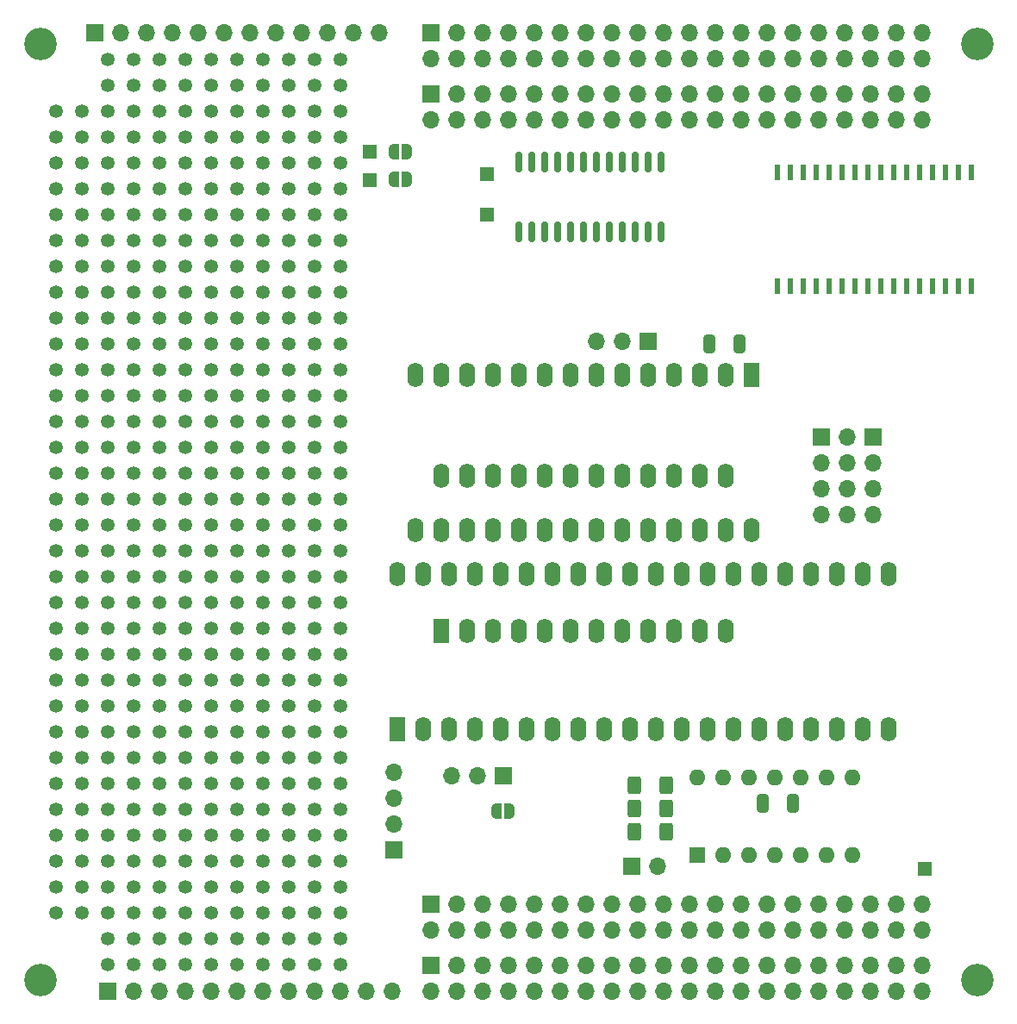
<source format=gbr>
%TF.GenerationSoftware,KiCad,Pcbnew,7.0.5-7.0.5~ubuntu20.04.1*%
%TF.CreationDate,2023-07-18T14:03:02+02:00*%
%TF.ProjectId,MOS MultiSerial_ram,4d4f5320-4d75-46c7-9469-53657269616c,rev?*%
%TF.SameCoordinates,Original*%
%TF.FileFunction,Soldermask,Bot*%
%TF.FilePolarity,Negative*%
%FSLAX46Y46*%
G04 Gerber Fmt 4.6, Leading zero omitted, Abs format (unit mm)*
G04 Created by KiCad (PCBNEW 7.0.5-7.0.5~ubuntu20.04.1) date 2023-07-18 14:03:02*
%MOMM*%
%LPD*%
G01*
G04 APERTURE LIST*
G04 Aperture macros list*
%AMRoundRect*
0 Rectangle with rounded corners*
0 $1 Rounding radius*
0 $2 $3 $4 $5 $6 $7 $8 $9 X,Y pos of 4 corners*
0 Add a 4 corners polygon primitive as box body*
4,1,4,$2,$3,$4,$5,$6,$7,$8,$9,$2,$3,0*
0 Add four circle primitives for the rounded corners*
1,1,$1+$1,$2,$3*
1,1,$1+$1,$4,$5*
1,1,$1+$1,$6,$7*
1,1,$1+$1,$8,$9*
0 Add four rect primitives between the rounded corners*
20,1,$1+$1,$2,$3,$4,$5,0*
20,1,$1+$1,$4,$5,$6,$7,0*
20,1,$1+$1,$6,$7,$8,$9,0*
20,1,$1+$1,$8,$9,$2,$3,0*%
%AMFreePoly0*
4,1,19,0.500000,-0.750000,0.000000,-0.750000,0.000000,-0.744911,-0.071157,-0.744911,-0.207708,-0.704816,-0.327430,-0.627875,-0.420627,-0.520320,-0.479746,-0.390866,-0.500000,-0.250000,-0.500000,0.250000,-0.479746,0.390866,-0.420627,0.520320,-0.327430,0.627875,-0.207708,0.704816,-0.071157,0.744911,0.000000,0.744911,0.000000,0.750000,0.500000,0.750000,0.500000,-0.750000,0.500000,-0.750000,
$1*%
%AMFreePoly1*
4,1,19,0.000000,0.744911,0.071157,0.744911,0.207708,0.704816,0.327430,0.627875,0.420627,0.520320,0.479746,0.390866,0.500000,0.250000,0.500000,-0.250000,0.479746,-0.390866,0.420627,-0.520320,0.327430,-0.627875,0.207708,-0.704816,0.071157,-0.744911,0.000000,-0.744911,0.000000,-0.750000,-0.500000,-0.750000,-0.500000,0.750000,0.000000,0.750000,0.000000,0.744911,0.000000,0.744911,
$1*%
G04 Aperture macros list end*
%ADD10R,1.700000X1.700000*%
%ADD11O,1.700000X1.700000*%
%ADD12C,1.350000*%
%ADD13R,1.350000X1.350000*%
%ADD14R,1.600000X2.400000*%
%ADD15O,1.600000X2.400000*%
%ADD16C,3.200000*%
%ADD17R,1.600000X1.600000*%
%ADD18O,1.600000X1.600000*%
%ADD19RoundRect,0.250000X-0.325000X-0.650000X0.325000X-0.650000X0.325000X0.650000X-0.325000X0.650000X0*%
%ADD20R,0.600000X1.600000*%
%ADD21FreePoly0,0.000000*%
%ADD22FreePoly1,0.000000*%
%ADD23RoundRect,0.150000X0.150000X-0.837500X0.150000X0.837500X-0.150000X0.837500X-0.150000X-0.837500X0*%
%ADD24FreePoly0,180.000000*%
%ADD25FreePoly1,180.000000*%
%ADD26RoundRect,0.250000X-0.400000X-0.625000X0.400000X-0.625000X0.400000X0.625000X-0.400000X0.625000X0*%
G04 APERTURE END LIST*
D10*
%TO.C,JP3*%
X146781800Y-121239000D03*
D11*
X144241800Y-121239000D03*
X141701800Y-121239000D03*
%TD*%
D10*
%TO.C,J1*%
X139700000Y-48303005D03*
D11*
X139700000Y-50843005D03*
X142240000Y-48303005D03*
X142240000Y-50843005D03*
X144780000Y-48303005D03*
X144780000Y-50843005D03*
X147320000Y-48303005D03*
X147320000Y-50843005D03*
X149860000Y-48303005D03*
X149860000Y-50843005D03*
X152400000Y-48303005D03*
X152400000Y-50843005D03*
X154940000Y-48303005D03*
X154940000Y-50843005D03*
X157480000Y-48303005D03*
X157480000Y-50843005D03*
X160020000Y-48303005D03*
X160020000Y-50843005D03*
X162560000Y-48303005D03*
X162560000Y-50843005D03*
X165100000Y-48303005D03*
X165100000Y-50843005D03*
X167640000Y-48303005D03*
X167640000Y-50843005D03*
X170180000Y-48303005D03*
X170180000Y-50843005D03*
X172720000Y-48303005D03*
X172720000Y-50843005D03*
X175260000Y-48303005D03*
X175260000Y-50843005D03*
X177800000Y-48303005D03*
X177800000Y-50843005D03*
X180340000Y-48303005D03*
X180340000Y-50843005D03*
X182880000Y-48303005D03*
X182880000Y-50843005D03*
X185420000Y-48303005D03*
X185420000Y-50843005D03*
X187960000Y-48303005D03*
X187960000Y-50843005D03*
%TD*%
D10*
%TO.C,J6*%
X183103800Y-87965000D03*
D11*
X183103800Y-90505000D03*
X183103800Y-93045000D03*
X183103800Y-95585000D03*
%TD*%
D10*
%TO.C,J4*%
X139700000Y-133849005D03*
D11*
X139700000Y-136389005D03*
X142240000Y-133849005D03*
X142240000Y-136389005D03*
X144780000Y-133849005D03*
X144780000Y-136389005D03*
X147320000Y-133849005D03*
X147320000Y-136389005D03*
X149860000Y-133849005D03*
X149860000Y-136389005D03*
X152400000Y-133849005D03*
X152400000Y-136389005D03*
X154940000Y-133849005D03*
X154940000Y-136389005D03*
X157480000Y-133849005D03*
X157480000Y-136389005D03*
X160020000Y-133849005D03*
X160020000Y-136389005D03*
X162560000Y-133849005D03*
X162560000Y-136389005D03*
X165100000Y-133849005D03*
X165100000Y-136389005D03*
X167640000Y-133849005D03*
X167640000Y-136389005D03*
X170180000Y-133849005D03*
X170180000Y-136389005D03*
X172720000Y-133849005D03*
X172720000Y-136389005D03*
X175260000Y-133849005D03*
X175260000Y-136389005D03*
X177800000Y-133849005D03*
X177800000Y-136389005D03*
X180340000Y-133849005D03*
X180340000Y-136389005D03*
X182880000Y-133849005D03*
X182880000Y-136389005D03*
X185420000Y-133849005D03*
X185420000Y-136389005D03*
X187960000Y-133849005D03*
X187960000Y-136389005D03*
%TD*%
D12*
%TO.C,J18*%
X125730000Y-139827000D03*
X125730000Y-137287000D03*
X125730000Y-134747000D03*
X125730000Y-132207000D03*
X125730000Y-129667000D03*
X125730000Y-127127000D03*
X125730000Y-124587000D03*
X125730000Y-122047000D03*
X125730000Y-119507000D03*
X125730000Y-116967000D03*
X125730000Y-114427000D03*
X125730000Y-111887000D03*
X125730000Y-109347000D03*
X125730000Y-106807000D03*
X125730000Y-104267000D03*
X125730000Y-101727000D03*
X125730000Y-99187000D03*
X125730000Y-96647000D03*
X125730000Y-94107000D03*
X125730000Y-91567000D03*
X125730000Y-89027000D03*
X125730000Y-86487000D03*
X125730000Y-83947000D03*
X125730000Y-81407000D03*
X125730000Y-78867000D03*
X125730000Y-76327000D03*
X125730000Y-73787000D03*
X125730000Y-71247000D03*
X125730000Y-68707000D03*
X125730000Y-66167000D03*
X125730000Y-63627000D03*
X125730000Y-61087000D03*
X125730000Y-58547000D03*
X125730000Y-56007000D03*
X125730000Y-53467000D03*
X125730000Y-50927000D03*
X123190000Y-50927000D03*
X123190000Y-53467000D03*
X123190000Y-56007000D03*
X123190000Y-58547000D03*
X123190000Y-61087000D03*
X123190000Y-63627000D03*
X123190000Y-66167000D03*
X123190000Y-68707000D03*
X123190000Y-71247000D03*
X123190000Y-73787000D03*
X123190000Y-76327000D03*
X123190000Y-78867000D03*
X123190000Y-81407000D03*
X123190000Y-83947000D03*
X123190000Y-86487000D03*
X123190000Y-89027000D03*
X123190000Y-91567000D03*
X123190000Y-94107000D03*
X123190000Y-96647000D03*
X123190000Y-99187000D03*
X123190000Y-101727000D03*
X123190000Y-104267000D03*
X123190000Y-106807000D03*
X123190000Y-109347000D03*
X123190000Y-111887000D03*
X123190000Y-114427000D03*
X123190000Y-116967000D03*
X123190000Y-119507000D03*
X123190000Y-122047000D03*
X123190000Y-124587000D03*
X123190000Y-127127000D03*
X123190000Y-129667000D03*
X123190000Y-132207000D03*
X123190000Y-134747000D03*
X123190000Y-137287000D03*
X123190000Y-139827000D03*
%TD*%
D13*
%TO.C,J5*%
X145211800Y-66167000D03*
%TD*%
D12*
%TO.C,J17*%
X120650000Y-139827000D03*
X120650000Y-137287000D03*
X120650000Y-134747000D03*
X120650000Y-132207000D03*
X120650000Y-129667000D03*
X120650000Y-127127000D03*
X120650000Y-124587000D03*
X120650000Y-122047000D03*
X120650000Y-119507000D03*
X120650000Y-116967000D03*
X120650000Y-114427000D03*
X120650000Y-111887000D03*
X120650000Y-109347000D03*
X120650000Y-106807000D03*
X120650000Y-104267000D03*
X120650000Y-101727000D03*
X120650000Y-99187000D03*
X120650000Y-96647000D03*
X120650000Y-94107000D03*
X120650000Y-91567000D03*
X120650000Y-89027000D03*
X120650000Y-86487000D03*
X120650000Y-83947000D03*
X120650000Y-81407000D03*
X120650000Y-78867000D03*
X120650000Y-76327000D03*
X120650000Y-73787000D03*
X120650000Y-71247000D03*
X120650000Y-68707000D03*
X120650000Y-66167000D03*
X120650000Y-63627000D03*
X120650000Y-61087000D03*
X120650000Y-58547000D03*
X120650000Y-56007000D03*
X120650000Y-53467000D03*
X120650000Y-50927000D03*
X118110000Y-50927000D03*
X118110000Y-53467000D03*
X118110000Y-56007000D03*
X118110000Y-58547000D03*
X118110000Y-61087000D03*
X118110000Y-63627000D03*
X118110000Y-66167000D03*
X118110000Y-68707000D03*
X118110000Y-71247000D03*
X118110000Y-73787000D03*
X118110000Y-76327000D03*
X118110000Y-78867000D03*
X118110000Y-81407000D03*
X118110000Y-83947000D03*
X118110000Y-86487000D03*
X118110000Y-89027000D03*
X118110000Y-91567000D03*
X118110000Y-94107000D03*
X118110000Y-96647000D03*
X118110000Y-99187000D03*
X118110000Y-101727000D03*
X118110000Y-104267000D03*
X118110000Y-106807000D03*
X118110000Y-109347000D03*
X118110000Y-111887000D03*
X118110000Y-114427000D03*
X118110000Y-116967000D03*
X118110000Y-119507000D03*
X118110000Y-122047000D03*
X118110000Y-124587000D03*
X118110000Y-127127000D03*
X118110000Y-129667000D03*
X118110000Y-132207000D03*
X118110000Y-134747000D03*
X118110000Y-137287000D03*
X118110000Y-139827000D03*
%TD*%
D13*
%TO.C,J9*%
X133680200Y-59918600D03*
%TD*%
D10*
%TO.C,J7*%
X178023800Y-87965000D03*
D11*
X180563800Y-87965000D03*
X178023800Y-90505000D03*
X180563800Y-90505000D03*
X178023800Y-93045000D03*
X180563800Y-93045000D03*
X178023800Y-95585000D03*
X180563800Y-95585000D03*
%TD*%
D10*
%TO.C,J20*%
X107917000Y-142389005D03*
D11*
X110457000Y-142389005D03*
X112997000Y-142389005D03*
X115537000Y-142389005D03*
X118077000Y-142389005D03*
X120617000Y-142389005D03*
X123157000Y-142389005D03*
X125697000Y-142389005D03*
X128237000Y-142389005D03*
X130777000Y-142389005D03*
X133317000Y-142389005D03*
X135857000Y-142389005D03*
%TD*%
D10*
%TO.C,J2*%
X139700000Y-139849005D03*
D11*
X139700000Y-142389005D03*
X142240000Y-139849005D03*
X142240000Y-142389005D03*
X144780000Y-139849005D03*
X144780000Y-142389005D03*
X147320000Y-139849005D03*
X147320000Y-142389005D03*
X149860000Y-139849005D03*
X149860000Y-142389005D03*
X152400000Y-139849005D03*
X152400000Y-142389005D03*
X154940000Y-139849005D03*
X154940000Y-142389005D03*
X157480000Y-139849005D03*
X157480000Y-142389005D03*
X160020000Y-139849005D03*
X160020000Y-142389005D03*
X162560000Y-139849005D03*
X162560000Y-142389005D03*
X165100000Y-139849005D03*
X165100000Y-142389005D03*
X167640000Y-139849005D03*
X167640000Y-142389005D03*
X170180000Y-139849005D03*
X170180000Y-142389005D03*
X172720000Y-139849005D03*
X172720000Y-142389005D03*
X175260000Y-139849005D03*
X175260000Y-142389005D03*
X177800000Y-139849005D03*
X177800000Y-142389005D03*
X180340000Y-139849005D03*
X180340000Y-142389005D03*
X182880000Y-139849005D03*
X182880000Y-142389005D03*
X185420000Y-139849005D03*
X185420000Y-142389005D03*
X187960000Y-139849005D03*
X187960000Y-142389005D03*
%TD*%
D10*
%TO.C,J13*%
X136017000Y-128524000D03*
D11*
X136017000Y-125984000D03*
X136017000Y-123444000D03*
X136017000Y-120904000D03*
%TD*%
D12*
%TO.C,J16*%
X115570000Y-139827000D03*
X115570000Y-137287000D03*
X115570000Y-134747000D03*
X115570000Y-132207000D03*
X115570000Y-129667000D03*
X115570000Y-127127000D03*
X115570000Y-124587000D03*
X115570000Y-122047000D03*
X115570000Y-119507000D03*
X115570000Y-116967000D03*
X115570000Y-114427000D03*
X115570000Y-111887000D03*
X115570000Y-109347000D03*
X115570000Y-106807000D03*
X115570000Y-104267000D03*
X115570000Y-101727000D03*
X115570000Y-99187000D03*
X115570000Y-96647000D03*
X115570000Y-94107000D03*
X115570000Y-91567000D03*
X115570000Y-89027000D03*
X115570000Y-86487000D03*
X115570000Y-83947000D03*
X115570000Y-81407000D03*
X115570000Y-78867000D03*
X115570000Y-76327000D03*
X115570000Y-73787000D03*
X115570000Y-71247000D03*
X115570000Y-68707000D03*
X115570000Y-66167000D03*
X115570000Y-63627000D03*
X115570000Y-61087000D03*
X115570000Y-58547000D03*
X115570000Y-56007000D03*
X115570000Y-53467000D03*
X115570000Y-50927000D03*
X113030000Y-50927000D03*
X113030000Y-53467000D03*
X113030000Y-56007000D03*
X113030000Y-58547000D03*
X113030000Y-61087000D03*
X113030000Y-63627000D03*
X113030000Y-66167000D03*
X113030000Y-68707000D03*
X113030000Y-71247000D03*
X113030000Y-73787000D03*
X113030000Y-76327000D03*
X113030000Y-78867000D03*
X113030000Y-81407000D03*
X113030000Y-83947000D03*
X113030000Y-86487000D03*
X113030000Y-89027000D03*
X113030000Y-91567000D03*
X113030000Y-94107000D03*
X113030000Y-96647000D03*
X113030000Y-99187000D03*
X113030000Y-101727000D03*
X113030000Y-104267000D03*
X113030000Y-106807000D03*
X113030000Y-109347000D03*
X113030000Y-111887000D03*
X113030000Y-114427000D03*
X113030000Y-116967000D03*
X113030000Y-119507000D03*
X113030000Y-122047000D03*
X113030000Y-124587000D03*
X113030000Y-127127000D03*
X113030000Y-129667000D03*
X113030000Y-132207000D03*
X113030000Y-134747000D03*
X113030000Y-137287000D03*
X113030000Y-139827000D03*
%TD*%
D14*
%TO.C,U4*%
X140685800Y-107015000D03*
D15*
X143225800Y-107015000D03*
X145765800Y-107015000D03*
X148305800Y-107015000D03*
X150845800Y-107015000D03*
X153385800Y-107015000D03*
X155925800Y-107015000D03*
X158465800Y-107015000D03*
X161005800Y-107015000D03*
X163545800Y-107015000D03*
X166085800Y-107015000D03*
X168625800Y-107015000D03*
X168625800Y-91775000D03*
X166085800Y-91775000D03*
X163545800Y-91775000D03*
X161005800Y-91775000D03*
X158465800Y-91775000D03*
X155925800Y-91775000D03*
X153385800Y-91775000D03*
X150845800Y-91775000D03*
X148305800Y-91775000D03*
X145765800Y-91775000D03*
X143225800Y-91775000D03*
X140685800Y-91775000D03*
%TD*%
D12*
%TO.C,J15*%
X110490000Y-139827000D03*
X110490000Y-137287000D03*
X110490000Y-134747000D03*
X110490000Y-132207000D03*
X110490000Y-129667000D03*
X110490000Y-127127000D03*
X110490000Y-124587000D03*
X110490000Y-122047000D03*
X110490000Y-119507000D03*
X110490000Y-116967000D03*
X110490000Y-114427000D03*
X110490000Y-111887000D03*
X110490000Y-109347000D03*
X110490000Y-106807000D03*
X110490000Y-104267000D03*
X110490000Y-101727000D03*
X110490000Y-99187000D03*
X110490000Y-96647000D03*
X110490000Y-94107000D03*
X110490000Y-91567000D03*
X110490000Y-89027000D03*
X110490000Y-86487000D03*
X110490000Y-83947000D03*
X110490000Y-81407000D03*
X110490000Y-78867000D03*
X110490000Y-76327000D03*
X110490000Y-73787000D03*
X110490000Y-71247000D03*
X110490000Y-68707000D03*
X110490000Y-66167000D03*
X110490000Y-63627000D03*
X110490000Y-61087000D03*
X110490000Y-58547000D03*
X110490000Y-56007000D03*
X110490000Y-53467000D03*
X110490000Y-50927000D03*
X107950000Y-50927000D03*
X107950000Y-53467000D03*
X107950000Y-56007000D03*
X107950000Y-58547000D03*
X107950000Y-61087000D03*
X107950000Y-63627000D03*
X107950000Y-66167000D03*
X107950000Y-68707000D03*
X107950000Y-71247000D03*
X107950000Y-73787000D03*
X107950000Y-76327000D03*
X107950000Y-78867000D03*
X107950000Y-81407000D03*
X107950000Y-83947000D03*
X107950000Y-86487000D03*
X107950000Y-89027000D03*
X107950000Y-91567000D03*
X107950000Y-94107000D03*
X107950000Y-96647000D03*
X107950000Y-99187000D03*
X107950000Y-101727000D03*
X107950000Y-104267000D03*
X107950000Y-106807000D03*
X107950000Y-109347000D03*
X107950000Y-111887000D03*
X107950000Y-114427000D03*
X107950000Y-116967000D03*
X107950000Y-119507000D03*
X107950000Y-122047000D03*
X107950000Y-124587000D03*
X107950000Y-127127000D03*
X107950000Y-129667000D03*
X107950000Y-132207000D03*
X107950000Y-134747000D03*
X107950000Y-137287000D03*
X107950000Y-139827000D03*
%TD*%
D16*
%TO.C,H3*%
X193340000Y-49346005D03*
%TD*%
D10*
%TO.C,J14*%
X159385000Y-130175000D03*
D11*
X161925000Y-130175000D03*
%TD*%
D14*
%TO.C,U3*%
X136372800Y-116672000D03*
D15*
X138912800Y-116672000D03*
X141452800Y-116672000D03*
X143992800Y-116672000D03*
X146532800Y-116672000D03*
X149072800Y-116672000D03*
X151612800Y-116672000D03*
X154152800Y-116672000D03*
X156692800Y-116672000D03*
X159232800Y-116672000D03*
X161772800Y-116672000D03*
X164312800Y-116672000D03*
X166852800Y-116672000D03*
X169392800Y-116672000D03*
X171932800Y-116672000D03*
X174472800Y-116672000D03*
X177012800Y-116672000D03*
X179552800Y-116672000D03*
X182092800Y-116672000D03*
X184632800Y-116672000D03*
X184632800Y-101432000D03*
X182092800Y-101432000D03*
X179552800Y-101432000D03*
X177012800Y-101432000D03*
X174472800Y-101432000D03*
X171932800Y-101432000D03*
X169392800Y-101432000D03*
X166852800Y-101432000D03*
X164312800Y-101432000D03*
X161772800Y-101432000D03*
X159232800Y-101432000D03*
X156692800Y-101432000D03*
X154152800Y-101432000D03*
X151612800Y-101432000D03*
X149072800Y-101432000D03*
X146532800Y-101432000D03*
X143992800Y-101432000D03*
X141452800Y-101432000D03*
X138912800Y-101432000D03*
X136372800Y-101432000D03*
%TD*%
D14*
%TO.C,U1*%
X171165800Y-81869000D03*
D15*
X168625800Y-81869000D03*
X166085800Y-81869000D03*
X163545800Y-81869000D03*
X161005800Y-81869000D03*
X158465800Y-81869000D03*
X155925800Y-81869000D03*
X153385800Y-81869000D03*
X150845800Y-81869000D03*
X148305800Y-81869000D03*
X145765800Y-81869000D03*
X143225800Y-81869000D03*
X140685800Y-81869000D03*
X138145800Y-81869000D03*
X138145800Y-97109000D03*
X140685800Y-97109000D03*
X143225800Y-97109000D03*
X145765800Y-97109000D03*
X148305800Y-97109000D03*
X150845800Y-97109000D03*
X153385800Y-97109000D03*
X155925800Y-97109000D03*
X158465800Y-97109000D03*
X161005800Y-97109000D03*
X163545800Y-97109000D03*
X166085800Y-97109000D03*
X168625800Y-97109000D03*
X171165800Y-97109000D03*
%TD*%
D10*
%TO.C,J3*%
X139700000Y-54303005D03*
D11*
X139700000Y-56843005D03*
X142240000Y-54303005D03*
X142240000Y-56843005D03*
X144780000Y-54303005D03*
X144780000Y-56843005D03*
X147320000Y-54303005D03*
X147320000Y-56843005D03*
X149860000Y-54303005D03*
X149860000Y-56843005D03*
X152400000Y-54303005D03*
X152400000Y-56843005D03*
X154940000Y-54303005D03*
X154940000Y-56843005D03*
X157480000Y-54303005D03*
X157480000Y-56843005D03*
X160020000Y-54303005D03*
X160020000Y-56843005D03*
X162560000Y-54303005D03*
X162560000Y-56843005D03*
X165100000Y-54303005D03*
X165100000Y-56843005D03*
X167640000Y-54303005D03*
X167640000Y-56843005D03*
X170180000Y-54303005D03*
X170180000Y-56843005D03*
X172720000Y-54303005D03*
X172720000Y-56843005D03*
X175260000Y-54303005D03*
X175260000Y-56843005D03*
X177800000Y-54303005D03*
X177800000Y-56843005D03*
X180340000Y-54303005D03*
X180340000Y-56843005D03*
X182880000Y-54303005D03*
X182880000Y-56843005D03*
X185420000Y-54303005D03*
X185420000Y-56843005D03*
X187960000Y-54303005D03*
X187960000Y-56843005D03*
%TD*%
D10*
%TO.C,JP2*%
X161005800Y-78567000D03*
D11*
X158465800Y-78567000D03*
X155925800Y-78567000D03*
%TD*%
D16*
%TO.C,H1*%
X101340000Y-49346005D03*
%TD*%
D13*
%TO.C,J8*%
X188188600Y-130403600D03*
%TD*%
%TO.C,J22*%
X145211800Y-62117000D03*
%TD*%
D16*
%TO.C,H2*%
X101340000Y-141346005D03*
%TD*%
D12*
%TO.C,J23*%
X105410000Y-134747000D03*
X105410000Y-132207000D03*
X105410000Y-129667000D03*
X105410000Y-127127000D03*
X105410000Y-124587000D03*
X105410000Y-122047000D03*
X105410000Y-119507000D03*
X105410000Y-116967000D03*
X105410000Y-114427000D03*
X105410000Y-111887000D03*
X105410000Y-109347000D03*
X105410000Y-106807000D03*
X105410000Y-104267000D03*
X105410000Y-101727000D03*
X105410000Y-99187000D03*
X105410000Y-96647000D03*
X105410000Y-94107000D03*
X105410000Y-91567000D03*
X105410000Y-89027000D03*
X105410000Y-86487000D03*
X105410000Y-83947000D03*
X105410000Y-81407000D03*
X105410000Y-78867000D03*
X105410000Y-76327000D03*
X105410000Y-73787000D03*
X105410000Y-71247000D03*
X105410000Y-68707000D03*
X105410000Y-66167000D03*
X105410000Y-63627000D03*
X105410000Y-61087000D03*
X105410000Y-58547000D03*
X105410000Y-56007000D03*
X102870000Y-56007000D03*
X102870000Y-58547000D03*
X102870000Y-61087000D03*
X102870000Y-63627000D03*
X102870000Y-66167000D03*
X102870000Y-68707000D03*
X102870000Y-71247000D03*
X102870000Y-73787000D03*
X102870000Y-76327000D03*
X102870000Y-78867000D03*
X102870000Y-81407000D03*
X102870000Y-83947000D03*
X102870000Y-86487000D03*
X102870000Y-89027000D03*
X102870000Y-91567000D03*
X102870000Y-94107000D03*
X102870000Y-96647000D03*
X102870000Y-99187000D03*
X102870000Y-101727000D03*
X102870000Y-104267000D03*
X102870000Y-106807000D03*
X102870000Y-109347000D03*
X102870000Y-111887000D03*
X102870000Y-114427000D03*
X102870000Y-116967000D03*
X102870000Y-119507000D03*
X102870000Y-122047000D03*
X102870000Y-124587000D03*
X102870000Y-127127000D03*
X102870000Y-129667000D03*
X102870000Y-132207000D03*
X102870000Y-134747000D03*
%TD*%
D13*
%TO.C,J12*%
X133680200Y-62738000D03*
%TD*%
D10*
%TO.C,J21*%
X106680000Y-48260000D03*
D11*
X109220000Y-48260000D03*
X111760000Y-48260000D03*
X114300000Y-48260000D03*
X116840000Y-48260000D03*
X119380000Y-48260000D03*
X121920000Y-48260000D03*
X124460000Y-48260000D03*
X127000000Y-48260000D03*
X129540000Y-48260000D03*
X132080000Y-48260000D03*
X134620000Y-48260000D03*
%TD*%
D12*
%TO.C,J19*%
X130810000Y-139827000D03*
X130810000Y-137287000D03*
X130810000Y-134747000D03*
X130810000Y-132207000D03*
X130810000Y-129667000D03*
X130810000Y-127127000D03*
X130810000Y-124587000D03*
X130810000Y-122047000D03*
X130810000Y-119507000D03*
X130810000Y-116967000D03*
X130810000Y-114427000D03*
X130810000Y-111887000D03*
X130810000Y-109347000D03*
X130810000Y-106807000D03*
X130810000Y-104267000D03*
X130810000Y-101727000D03*
X130810000Y-99187000D03*
X130810000Y-96647000D03*
X130810000Y-94107000D03*
X130810000Y-91567000D03*
X130810000Y-89027000D03*
X130810000Y-86487000D03*
X130810000Y-83947000D03*
X130810000Y-81407000D03*
X130810000Y-78867000D03*
X130810000Y-76327000D03*
X130810000Y-73787000D03*
X130810000Y-71247000D03*
X130810000Y-68707000D03*
X130810000Y-66167000D03*
X130810000Y-63627000D03*
X130810000Y-61087000D03*
X130810000Y-58547000D03*
X130810000Y-56007000D03*
X130810000Y-53467000D03*
X130810000Y-50927000D03*
X128270000Y-50927000D03*
X128270000Y-53467000D03*
X128270000Y-56007000D03*
X128270000Y-58547000D03*
X128270000Y-61087000D03*
X128270000Y-63627000D03*
X128270000Y-66167000D03*
X128270000Y-68707000D03*
X128270000Y-71247000D03*
X128270000Y-73787000D03*
X128270000Y-76327000D03*
X128270000Y-78867000D03*
X128270000Y-81407000D03*
X128270000Y-83947000D03*
X128270000Y-86487000D03*
X128270000Y-89027000D03*
X128270000Y-91567000D03*
X128270000Y-94107000D03*
X128270000Y-96647000D03*
X128270000Y-99187000D03*
X128270000Y-101727000D03*
X128270000Y-104267000D03*
X128270000Y-106807000D03*
X128270000Y-109347000D03*
X128270000Y-111887000D03*
X128270000Y-114427000D03*
X128270000Y-116967000D03*
X128270000Y-119507000D03*
X128270000Y-122047000D03*
X128270000Y-124587000D03*
X128270000Y-127127000D03*
X128270000Y-129667000D03*
X128270000Y-132207000D03*
X128270000Y-134747000D03*
X128270000Y-137287000D03*
X128270000Y-139827000D03*
%TD*%
D16*
%TO.C,H4*%
X193340000Y-141346005D03*
%TD*%
D17*
%TO.C,U2*%
X165862000Y-129032000D03*
D18*
X168402000Y-129032000D03*
X170942000Y-129032000D03*
X173482000Y-129032000D03*
X176022000Y-129032000D03*
X178562000Y-129032000D03*
X181102000Y-129032000D03*
X181102000Y-121412000D03*
X178562000Y-121412000D03*
X176022000Y-121412000D03*
X173482000Y-121412000D03*
X170942000Y-121412000D03*
X168402000Y-121412000D03*
X165862000Y-121412000D03*
%TD*%
D19*
%TO.C,C2*%
X167054000Y-78867000D03*
X170004000Y-78867000D03*
%TD*%
D20*
%TO.C,U5*%
X192746800Y-73166071D03*
X191476800Y-73166071D03*
X190206800Y-73166071D03*
X188936800Y-73166071D03*
X187666800Y-73166071D03*
X186396800Y-73166071D03*
X185126800Y-73166071D03*
X183846800Y-73166071D03*
X182596800Y-73166071D03*
X181316800Y-73166071D03*
X180046800Y-73166071D03*
X178776800Y-73166071D03*
X177506800Y-73166071D03*
X176236800Y-73166071D03*
X174966800Y-73166071D03*
X173696800Y-73166071D03*
X173696800Y-61966071D03*
X174966800Y-61966071D03*
X176236800Y-61966071D03*
X177506800Y-61966071D03*
X178776800Y-61966071D03*
X180046800Y-61966071D03*
X181316800Y-61966071D03*
X182596800Y-61966071D03*
X183846800Y-61966071D03*
X185126800Y-61966071D03*
X186396800Y-61966071D03*
X187666800Y-61966071D03*
X188936800Y-61966071D03*
X190206800Y-61966071D03*
X191476800Y-61966071D03*
X192746800Y-61966071D03*
%TD*%
D21*
%TO.C,JP1*%
X146111200Y-124688600D03*
D22*
X147411200Y-124688600D03*
%TD*%
D23*
%TO.C,U9*%
X162306000Y-67851500D03*
X161036000Y-67851500D03*
X159766000Y-67851500D03*
X158496000Y-67851500D03*
X157226000Y-67851500D03*
X155956000Y-67851500D03*
X154686000Y-67851500D03*
X153416000Y-67851500D03*
X152146000Y-67851500D03*
X150876000Y-67851500D03*
X149606000Y-67851500D03*
X148336000Y-67851500D03*
X148336000Y-60926500D03*
X149606000Y-60926500D03*
X150876000Y-60926500D03*
X152146000Y-60926500D03*
X153416000Y-60926500D03*
X154686000Y-60926500D03*
X155956000Y-60926500D03*
X157226000Y-60926500D03*
X158496000Y-60926500D03*
X159766000Y-60926500D03*
X161036000Y-60926500D03*
X162306000Y-60926500D03*
%TD*%
D24*
%TO.C,JP5*%
X137317000Y-62661800D03*
D25*
X136017000Y-62661800D03*
%TD*%
D26*
%TO.C,R2*%
X159714000Y-126746000D03*
X162814000Y-126746000D03*
%TD*%
%TO.C,R3*%
X159714000Y-124460000D03*
X162814000Y-124460000D03*
%TD*%
D19*
%TO.C,C3*%
X172261000Y-123952000D03*
X175211000Y-123952000D03*
%TD*%
D24*
%TO.C,JP4*%
X137312400Y-59918600D03*
D25*
X136012400Y-59918600D03*
%TD*%
D26*
%TO.C,R4*%
X159714000Y-122174000D03*
X162814000Y-122174000D03*
%TD*%
M02*

</source>
